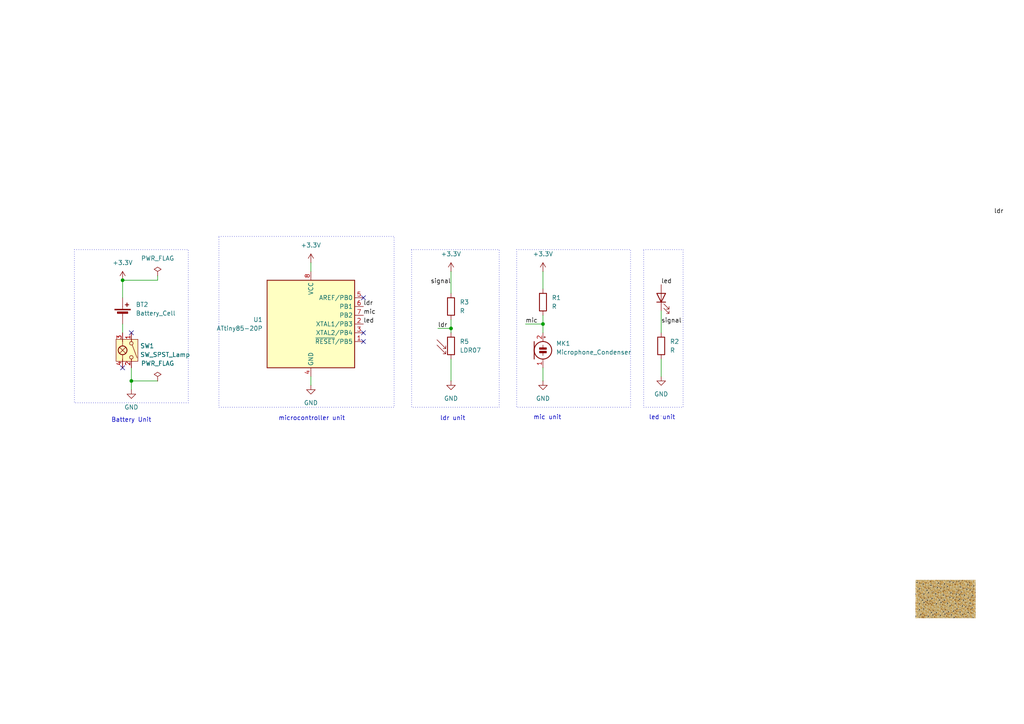
<source format=kicad_sch>
(kicad_sch (version 20250114) (generator "eeschema") (generator_version "9.0")
  (paper "A4")
  (title_block (title "First PCB Design") (date "12-03-2025") (rev "v1"))
  (lib_symbols
    (symbol "Device:Battery_Cell" (pin_numbers (hide yes)) (pin_names (offset 0) (hide yes))
      (property "Reference" "BT" (at 2.54 2.54 0))
      (property "Value" "Battery_Cell" (at 2.54 0 0))
      (symbol "Battery_Cell_0_1"
        (rectangle (start -2.286 1.778) (end 2.286 1.524) (fill (type outline)))
        (rectangle (start -1.524 1.016) (end 1.524 0.508) (fill (type outline)))
        (polyline (pts (xy 0 1.778) (xy 0 2.54)))
        (polyline (pts (xy 0 0.762) (xy 0 0)))
        (polyline (pts (xy 0.762 3.048) (xy 1.778 3.048)) (stroke (width 0.254)))
        (polyline (pts (xy 1.27 3.556) (xy 1.27 2.54)) (stroke (width 0.254)))
      )
      (symbol "Battery_Cell_1_1"
        (pin passive line (at 0 5.08 270) (length 2.54) (name "+") (number "1"))
        (pin passive line (at 0 -2.54 90) (length 2.54) (name "-") (number "2"))
      )
    )
    (symbol "Device:LED" (pin_numbers (hide yes)) (pin_names (offset 1.016) (hide yes))
      (property "Reference" "D" (at 0 2.54 0))
      (property "Value" "LED" (at 0 -2.54 0))
      (symbol "LED_0_1"
        (polyline (pts (xy -3.048 -0.762) (xy -4.572 -2.286) (xy -3.81 -2.286) (xy -4.572 -2.286) (xy -4.572 -1.524)))
        (polyline (pts (xy -1.778 -0.762) (xy -3.302 -2.286) (xy -2.54 -2.286) (xy -3.302 -2.286) (xy -3.302 -1.524)))
        (polyline (pts (xy -1.27 0) (xy 1.27 0)))
        (polyline (pts (xy -1.27 -1.27) (xy -1.27 1.27)) (stroke (width 0.254)))
        (polyline (pts (xy 1.27 -1.27) (xy 1.27 1.27) (xy -1.27 0) (xy 1.27 -1.27)) (stroke (width 0.254)))
      )
      (symbol "LED_1_1"
        (pin passive line (at -3.81 0 0) (length 2.54) (name "K") (number "1"))
        (pin passive line (at 3.81 0 180) (length 2.54) (name "A") (number "2"))
      )
    )
    (symbol "Device:Microphone_Condenser" (pin_names (offset 0.0254) (hide yes))
      (property "Reference" "MK" (at -3.302 1.27 0))
      (property "Value" "Microphone_Condenser" (at -3.302 -0.635 0))
      (symbol "Microphone_Condenser_0_1"
        (polyline (pts (xy -2.54 2.54) (xy -2.54 -2.54)) (stroke (width 0.254)))
        (polyline (pts (xy 0 0.762) (xy 0 1.524)))
        (circle (center 0 0) (radius 2.54) (stroke (width 0.254)))
        (polyline (pts (xy 0 -0.762) (xy 0 -1.524)))
        (polyline (pts (xy 0.254 3.81) (xy 0.762 3.81)))
        (polyline (pts (xy 0.508 4.064) (xy 0.508 3.556)))
        (rectangle (start 1.016 0.762) (end -1.016 0.254) (fill (type outline)))
        (rectangle (start 1.016 -0.254) (end -1.016 -0.762) (fill (type outline)))
      )
      (symbol "Microphone_Condenser_1_1"
        (pin passive line (at 0 5.08 270) (length 2.54) (name "+") (number "2"))
        (pin passive line (at 0 -5.08 90) (length 2.54) (name "-") (number "1"))
      )
    )
    (symbol "Device:R" (pin_numbers (hide yes)) (pin_names (offset 0))
      (property "Reference" "R" (at 2.032 0 90))
      (property "Value" "R" (at 0 0 90))
      (symbol "R_0_1"
        (rectangle (start -1.016 -2.54) (end 1.016 2.54) (stroke (width 0.254)))
      )
      (symbol "R_1_1"
        (pin passive line (at 0 3.81 270) (length 1.27) (name "~") (number "1"))
        (pin passive line (at 0 -3.81 90) (length 1.27) (name "~") (number "2"))
      )
    )
    (symbol "MCU_Microchip_ATtiny:ATtiny85-20P"
      (property "Reference" "U" (at -12.7 13.97 0))
      (property "Value" "ATtiny85-20P" (at 2.54 -13.97 0))
      (symbol "ATtiny85-20P_0_1"
        (rectangle (start -12.7 -12.7) (end 12.7 12.7) (stroke (width 0.254)) (fill (type background)))
      )
      (symbol "ATtiny85-20P_1_1"
        (pin power_in line (at 0 15.24 270) (length 2.54) (name "VCC") (number "8"))
        (pin power_in line (at 0 -15.24 90) (length 2.54) (name "GND") (number "4"))
        (pin bidirectional line (at 15.24 7.62 180) (length 2.54) (name "AREF/PB0") (number "5"))
        (pin bidirectional line (at 15.24 5.08 180) (length 2.54) (name "PB1") (number "6"))
        (pin bidirectional line (at 15.24 2.54 180) (length 2.54) (name "PB2") (number "7"))
        (pin bidirectional line (at 15.24 0 180) (length 2.54) (name "XTAL1/PB3") (number "2"))
        (pin bidirectional line (at 15.24 -2.54 180) (length 2.54) (name "XTAL2/PB4") (number "3"))
        (pin bidirectional line (at 15.24 -5.08 180) (length 2.54) (name "~{RESET}/PB5") (number "1"))
      )
    )
    (symbol "Sensor_Optical:LDR07" (pin_numbers (hide yes)) (pin_names (offset 0))
      (property "Reference" "R" (at -5.08 0 90))
      (property "Value" "LDR07" (at 1.905 0 90))
      (symbol "LDR07_0_1"
        (polyline (pts (xy -1.524 -0.762) (xy -4.064 1.778)))
        (polyline (pts (xy -1.524 -0.762) (xy -2.286 -0.762)))
        (polyline (pts (xy -1.524 -0.762) (xy -1.524 0)))
        (polyline (pts (xy -1.524 -2.286) (xy -4.064 0.254)))
        (polyline (pts (xy -1.524 -2.286) (xy -2.286 -2.286)))
        (polyline (pts (xy -1.524 -2.286) (xy -1.524 -1.524)))
        (rectangle (start -1.016 2.54) (end 1.016 -2.54) (stroke (width 0.254)))
      )
      (symbol "LDR07_1_1"
        (pin passive line (at 0 3.81 270) (length 1.27) (name "~") (number "1"))
        (pin passive line (at 0 -3.81 90) (length 1.27) (name "~") (number "2"))
      )
    )
    (symbol "Switch:SW_SPST_Lamp" (pin_names (offset 1.016) (hide yes))
      (property "Reference" "SW" (at 0 6.35 0))
      (property "Value" "SW_SPST_Lamp" (at 0 -3.81 0))
      (symbol "SW_SPST_Lamp_0_1"
        (polyline (pts (xy -2.54 0) (xy -1.27 0)))
        (circle (center -2.032 2.54) (radius 0.508))
        (polyline (pts (xy -1.524 2.794) (xy 2.159 4.191)))
        (polyline (pts (xy -0.889 -0.889) (xy 0.889 0.889)))
        (circle (center 0 0) (radius 1.27) (stroke (width 0.254)))
        (polyline (pts (xy 0.889 -0.889) (xy -0.889 0.889)))
        (circle (center 2.032 2.54) (radius 0.508))
        (polyline (pts (xy 2.54 0) (xy 1.27 0)))
        (pin passive line (at -5.08 2.54 0) (length 2.54) (name "1") (number "1"))
        (pin passive line (at -5.08 0 0) (length 2.54) (name "L") (number "3"))
        (pin passive line (at 5.08 2.54 180) (length 2.54) (name "2") (number "2"))
        (pin passive line (at 5.08 0 180) (length 2.54) (name "L") (number "4"))
      )
      (symbol "SW_SPST_Lamp_1_1"
        (rectangle (start -3.175 4.445) (end 3.175 -1.905) (fill (type background)))
      )
    )
    (symbol "power:+3.3V" (power) (pin_numbers (hide yes)) (pin_names (offset 0) (hide yes))
      (property "Value" "+3.3V" (at 0 3.556 0))
      (symbol "+3.3V_0_1"
        (polyline (pts (xy -0.762 1.27) (xy 0 2.54)))
        (polyline (pts (xy 0 2.54) (xy 0.762 1.27)))
        (polyline (pts (xy 0 0) (xy 0 2.54)))
      )
      (symbol "+3.3V_1_1"
        (pin power_in line (at 0 0 90) (length 0) (name "~") (number "1"))
      )
    )
    (symbol "power:GND" (power) (pin_numbers (hide yes)) (pin_names (offset 0) (hide yes))
      (property "Value" "GND" (at 0 -3.81 0))
      (symbol "GND_0_1"
        (polyline (pts (xy 0 0) (xy 0 -1.27) (xy 1.27 -1.27) (xy 0 -2.54) (xy -1.27 -1.27) (xy 0 -1.27)))
      )
      (symbol "GND_1_1"
        (pin power_in line (at 0 0 270) (length 0) (name "~") (number "1"))
      )
    )
    (symbol "power:PWR_FLAG" (power) (pin_numbers (hide yes)) (pin_names (offset 0) (hide yes))
      (property "Value" "PWR_FLAG" (at 0 3.81 0))
      (symbol "PWR_FLAG_0_0"
        (pin power_out line (at 0 0 90) (length 0) (name "~") (number "1"))
      )
      (symbol "PWR_FLAG_0_1"
        (polyline (pts (xy 0 0) (xy 0 1.27) (xy -1.016 1.905) (xy 0 2.54) (xy 1.016 1.905) (xy 0 1.27)))
      )
    )
  )
  (text "led unit" (at 192.024 121.158 0) (effects (font (size 1.27 1.27))))
  (text "Battery Unit" (at 38.1 121.92 0) (effects (font (size 1.27 1.27))))
  (text "microcontroller unit" (at 90.424 121.412 0) (effects (font (size 1.27 1.27))))
  (text "ldr unit" (at 131.318 121.412 0) (effects (font (size 1.27 1.27))))
  (text "mic unit" (at 158.75 121.158 0) (effects (font (size 1.27 1.27))))
  (text_box "" (at 186.69 102.87 0) (size 0 0) (margins 0.9525 0.9525 0.9525 0.9525) (stroke (width 0) (type dot)) (effects (font (size 1.27 1.27)) (justify left top)))
  (text_box "" (at 149.86 72.39 0) (size 33.02 45.72) (margins 0.9525 0.9525 0.9525 0.9525) (stroke (width 0) (type dot)) (effects (font (size 1.27 1.27)) (justify left top)))
  (text_box "" (at 63.5 68.58 0) (size 50.8 49.53) (margins 0.9525 0.9525 0.9525 0.9525) (stroke (width 0) (type dot)) (effects (font (size 1.27 1.27)) (justify left top)))
  (text_box "" (at 119.38 72.39 0) (size 25.4 45.72) (margins 0.9525 0.9525 0.9525 0.9525) (stroke (width 0) (type dot)) (effects (font (size 1.27 1.27)) (justify left top)))
  (text_box "" (at 191.77 120.65 0) (size 0 0) (margins 0.9525 0.9525 0.9525 0.9525) (stroke (width 0) (type dot)) (effects (font (size 1.27 1.27)) (justify left top)))
  (text_box "" (at 21.59 72.39 0) (size 33.02 44.45) (margins 0.9525 0.9525 0.9525 0.9525) (stroke (width 0) (type dot)) (effects (font (size 1.27 1.27)) (justify left top)))
  (text_box "" (at 186.69 72.39 0) (size 11.43 45.72) (margins 0.9525 0.9525 0.9525 0.9525) (stroke (width 0) (type dot)) (effects (font (size 1.27 1.27)) (justify left top)))
  (junction (at 130.81 95.25))
  (junction (at 38.1 110.49))
  (junction (at 157.48 93.98))
  (junction (at 35.56 81.28))
  (no_connect (at 105.41 99.06))
  (no_connect (at 38.1 96.52))
  (no_connect (at 35.56 106.68))
  (no_connect (at 105.41 96.52))
  (no_connect (at 105.41 86.36))
  (wire (pts (xy 157.48 106.68) (xy 157.48 110.49)))
  (wire (pts (xy 130.81 95.25) (xy 130.81 96.52)))
  (wire (pts (xy 130.81 104.14) (xy 130.81 110.49)))
  (wire (pts (xy 191.77 90.17) (xy 191.77 96.52)))
  (wire (pts (xy 157.48 93.98) (xy 157.48 96.52)))
  (wire (pts (xy 35.56 81.28) (xy 35.56 86.36)))
  (wire (pts (xy 90.17 76.2) (xy 90.17 78.74)))
  (wire (pts (xy 157.48 78.74) (xy 157.48 83.82)))
  (wire (pts (xy 130.81 92.71) (xy 130.81 95.25)))
  (wire (pts (xy 152.4 93.98) (xy 157.48 93.98)))
  (wire (pts (xy 127 95.25) (xy 130.81 95.25)))
  (wire (pts (xy 38.1 110.49) (xy 38.1 113.03)))
  (wire (pts (xy 45.72 81.28) (xy 35.56 81.28)))
  (wire (pts (xy 38.1 106.68) (xy 38.1 110.49)))
  (wire (pts (xy 157.48 91.44) (xy 157.48 93.98)))
  (wire (pts (xy 191.77 104.14) (xy 191.77 109.22)))
  (wire (pts (xy 45.72 80.01) (xy 45.72 81.28)))
  (wire (pts (xy 38.1 110.49) (xy 45.72 110.49)))
  (wire (pts (xy 90.17 109.22) (xy 90.17 111.76)))
  (wire (pts (xy 130.81 78.74) (xy 130.81 85.09)))
  (wire (pts (xy 35.56 93.98) (xy 35.56 96.52)))
  (image (at 274.2558 173.7478) (scale 0.15451))
  (label "ldr" (at 127 95.25 0))
  (label "ldr" (at 288.29 62.23 0))
  (label "signal" (at 191.77 93.98 0))
  (label "signal" (at 130.81 82.55 180))
  (label "led" (at 105.41 93.98 0))
  (label "ldr" (at 105.41 88.9 0))
  (label "led" (at 191.77 82.55 0))
  (label "mic" (at 152.4 93.98 0))
  (label "mic" (at 105.41 91.44 0))
  (symbol (lib_id "MCU_Microchip_ATtiny:ATtiny85-20P") (at 90.17 93.98 0) (unit 1)
    (property "Reference" "U1" (at 76.2 92.7099 0) (effects (justify right)))
    (property "Value" "ATtiny85-20P" (at 76.2 95.2499 0) (effects (justify right)))
    (property "Footprint" "Package_DFN_QFN:DFN-8-1EP_2x2mm_P0.5mm_EP0.9x1.5mm" (effects (hide yes)))
    (property "Datasheet" "http://ww1.microchip.com/downloads/en/DeviceDoc/atmel-2586-avr-8-bit-microcontroller-attiny25-attiny45-attiny85_datasheet.pdf" (effects (hide yes)))
    (property "Description" "20MHz, 8kB Flash, 512B SRAM, 512B EEPROM, debugWIRE, DIP-8" (effects (hide yes)))
  )
  (symbol (lib_id "Device:Microphone_Condenser") (at 157.48 101.6 0) (unit 1)
    (property "Reference" "MK1" (at 161.29 99.6314 0) (effects (justify left)))
    (property "Value" "Microphone_Condenser" (at 161.29 102.1714 0) (effects (justify left)))
    (property "Footprint" "Sensor_Audio:Knowles_LGA-5_3.5x2.65mm" (effects (hide yes)))
    (property "Description" "Condenser microphone" (effects (hide yes)))
  )
  (symbol (lib_id "Sensor_Optical:LDR07") (at 130.81 100.33 0) (unit 1)
    (property "Reference" "R5" (at 133.35 99.0599 0) (effects (justify left)))
    (property "Value" "LDR07" (at 133.35 101.5999 0) (effects (justify left)))
    (property "Footprint" "OptoDevice:R_LDR_12x10.8mm_P9.0mm_Vertical" (effects (hide yes)))
    (property "Datasheet" "http://www.tme.eu/de/Document/f2e3ad76a925811312d226c31da4cd7e/LDR07.pdf" (effects (hide yes)))
    (property "Description" "light dependent resistor" (effects (hide yes)))
  )
  (symbol (lib_id "power:GND") (at 130.81 110.49 0) (unit 1)
    (property "Reference" "#PWR07" (effects (hide yes)))
    (property "Value" "GND" (at 130.81 115.57 0))
    (property "Description" "Power symbol creates a global label with name \"GND\" , ground" (effects (hide yes)))
  )
  (symbol (lib_id "power:GND") (at 38.1 113.03 0) (unit 1)
    (property "Reference" "#PWR05" (effects (hide yes)))
    (property "Value" "GND" (at 38.1 118.11 0))
    (property "Description" "Power symbol creates a global label with name \"GND\" , ground" (effects (hide yes)))
  )
  (symbol (lib_id "Switch:SW_SPST_Lamp") (at 35.56 101.6 270) (unit 1)
    (property "Reference" "SW1" (at 40.64 100.3299 90) (effects (justify left)))
    (property "Value" "SW_SPST_Lamp" (at 40.64 102.8699 90) (effects (justify left)))
    (property "Footprint" "Button_Switch_SMD:SW_DIP_SPSTx01_Slide_6.7x4.1mm_W8.61mm_P2.54mm_LowProfile" (effects (hide yes)))
    (property "Description" "Single Pole Single Throw (SPST) switch with signal lamp, generic" (effects (hide yes)))
  )
  (symbol (lib_id "power:PWR_FLAG") (at 45.72 80.01 0) (unit 1)
    (property "Reference" "#FLG01" (effects (hide yes)))
    (property "Value" "PWR_FLAG" (at 45.72 74.93 0))
    (property "Description" "Special symbol for telling ERC where power comes from" (effects (hide yes)))
  )
  (symbol (lib_id "power:+3.3V") (at 130.81 78.74 0) (unit 1)
    (property "Reference" "#PWR06" (effects (hide yes)))
    (property "Value" "+3.3V" (at 130.81 73.66 0))
    (property "Description" "Power symbol creates a global label with name \"+3.3V\"" (effects (hide yes)))
  )
  (symbol (lib_id "Device:LED") (at 191.77 86.36 90) (unit 1)
    (property "Reference" "D1" (effects (hide yes)))
    (property "Value" "LED" (effects (hide yes)))
    (property "Footprint" "LED_THT:LED_Oval_W5.2mm_H3.8mm" (effects (hide yes)))
    (property "Description" "Light emitting diode" (effects (hide yes)))
    (property "Sim.Pins" "1=K 2=A" (effects (hide yes)))
  )
  (symbol (lib_id "power:+3.3V") (at 90.17 76.2 0) (unit 1)
    (property "Reference" "#PWR01" (effects (hide yes)))
    (property "Value" "+3.3V" (at 90.17 71.12 0))
    (property "Description" "Power symbol creates a global label with name \"+3.3V\"" (effects (hide yes)))
  )
  (symbol (lib_id "power:+3.3V") (at 35.56 81.28 0) (unit 1)
    (property "Reference" "#PWR03" (effects (hide yes)))
    (property "Value" "+3.3V" (at 35.56 76.2 0))
    (property "Description" "Power symbol creates a global label with name \"+3.3V\"" (effects (hide yes)))
  )
  (symbol (lib_id "power:PWR_FLAG") (at 45.72 110.49 0) (unit 1)
    (property "Reference" "#FLG02" (effects (hide yes)))
    (property "Value" "PWR_FLAG" (at 45.72 105.41 0))
    (property "Description" "Special symbol for telling ERC where power comes from" (effects (hide yes)))
  )
  (symbol (lib_id "Device:R") (at 157.48 87.63 0) (unit 1)
    (property "Reference" "R1" (at 160.02 86.3599 0) (effects (justify left)))
    (property "Value" "R" (at 160.02 88.8999 0) (effects (justify left)))
    (property "Footprint" "Resistor_THT:R_Axial_DIN0411_L9.9mm_D3.6mm_P25.40mm_Horizontal" (effects (hide yes)))
    (property "Description" "Resistor" (effects (hide yes)))
  )
  (symbol (lib_id "power:GND") (at 191.77 109.22 0) (unit 1)
    (property "Reference" "#PWR011" (effects (hide yes)))
    (property "Value" "GND" (at 191.77 114.3 0))
    (property "Description" "Power symbol creates a global label with name \"GND\" , ground" (effects (hide yes)))
  )
  (symbol (lib_id "power:GND") (at 157.48 110.49 0) (unit 1)
    (property "Reference" "#PWR09" (effects (hide yes)))
    (property "Value" "GND" (at 157.48 115.57 0))
    (property "Description" "Power symbol creates a global label with name \"GND\" , ground" (effects (hide yes)))
  )
  (symbol (lib_id "Device:R") (at 191.77 100.33 0) (unit 1)
    (property "Reference" "R2" (at 194.31 99.0599 0) (effects (justify left)))
    (property "Value" "R" (at 194.31 101.5999 0) (effects (justify left)))
    (property "Footprint" "Resistor_THT:R_Axial_DIN0411_L9.9mm_D3.6mm_P25.40mm_Horizontal" (effects (hide yes)))
    (property "Description" "Resistor" (effects (hide yes)))
  )
  (symbol (lib_id "Device:R") (at 130.81 88.9 0) (unit 1)
    (property "Reference" "R3" (at 133.35 87.6299 0) (effects (justify left)))
    (property "Value" "R" (at 133.35 90.1699 0) (effects (justify left)))
    (property "Footprint" "Resistor_THT:R_Axial_DIN0411_L9.9mm_D3.6mm_P25.40mm_Horizontal" (effects (hide yes)))
    (property "Description" "Resistor" (effects (hide yes)))
  )
  (symbol (lib_id "Device:Battery_Cell") (at 35.56 91.44 0) (unit 1)
    (property "Reference" "BT2" (at 39.37 88.3284 0) (effects (justify left)))
    (property "Value" "Battery_Cell" (at 39.37 90.8684 0) (effects (justify left)))
    (property "Footprint" "Battery:BatteryHolder_Keystone_500" (effects (hide yes)))
    (property "Description" "Single-cell battery" (effects (hide yes)))
  )
  (symbol (lib_id "power:+3.3V") (at 157.48 78.74 0) (unit 1)
    (property "Reference" "#PWR08" (effects (hide yes)))
    (property "Value" "+3.3V" (at 157.48 73.66 0))
    (property "Description" "Power symbol creates a global label with name \"+3.3V\"" (effects (hide yes)))
  )
  (symbol (lib_id "power:GND") (at 90.17 111.76 0) (unit 1)
    (property "Reference" "#PWR02" (effects (hide yes)))
    (property "Value" "GND" (at 90.17 116.84 0))
    (property "Description" "Power symbol creates a global label with name \"GND\" , ground" (effects (hide yes)))
  )
)
</source>
